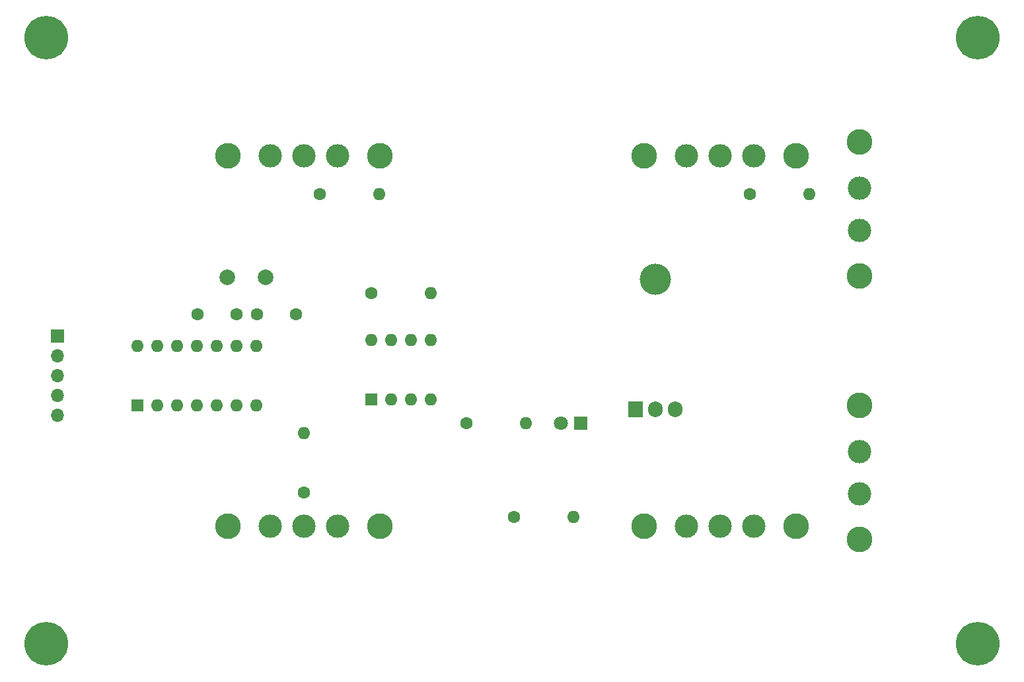
<source format=gbr>
%TF.GenerationSoftware,KiCad,Pcbnew,7.0.8*%
%TF.CreationDate,2023-11-27T18:37:53+00:00*%
%TF.ProjectId,CAN_PCB,43414e5f-5043-4422-9e6b-696361645f70,rev?*%
%TF.SameCoordinates,Original*%
%TF.FileFunction,Soldermask,Bot*%
%TF.FilePolarity,Negative*%
%FSLAX46Y46*%
G04 Gerber Fmt 4.6, Leading zero omitted, Abs format (unit mm)*
G04 Created by KiCad (PCBNEW 7.0.8) date 2023-11-27 18:37:53*
%MOMM*%
%LPD*%
G01*
G04 APERTURE LIST*
%ADD10C,5.600000*%
%ADD11C,1.600000*%
%ADD12O,1.600000X1.600000*%
%ADD13C,3.300000*%
%ADD14C,3.000000*%
%ADD15R,1.700000X1.700000*%
%ADD16O,1.700000X1.700000*%
%ADD17R,1.600000X1.600000*%
%ADD18R,1.905000X2.000000*%
%ADD19C,4.000000*%
%ADD20O,1.905000X2.000000*%
%ADD21C,2.000000*%
%ADD22R,1.800000X1.800000*%
%ADD23C,1.800000*%
G04 APERTURE END LIST*
D10*
%TO.C,*%
X97790000Y-48768000D03*
%TD*%
D11*
%TO.C,R10*%
X187960000Y-68834000D03*
D12*
X195580000Y-68834000D03*
%TD*%
D13*
%TO.C,J5*%
X193850000Y-63876000D03*
X174450000Y-63876000D03*
D14*
X188450000Y-63876000D03*
X184150000Y-63876000D03*
X179850000Y-63876000D03*
%TD*%
D15*
%TO.C,J2*%
X99192000Y-87005000D03*
D16*
X99192000Y-89545000D03*
X99192000Y-92085000D03*
X99192000Y-94625000D03*
X99192000Y-97165000D03*
%TD*%
D13*
%TO.C,J1*%
X202012000Y-113111000D03*
X202012000Y-95931000D03*
D14*
X202012000Y-107221000D03*
X202012000Y-101821000D03*
%TD*%
D17*
%TO.C,U2*%
X139446000Y-95123000D03*
D12*
X141986000Y-95123000D03*
X144526000Y-95123000D03*
X147066000Y-95123000D03*
X147066000Y-87503000D03*
X144526000Y-87503000D03*
X141986000Y-87503000D03*
X139446000Y-87503000D03*
%TD*%
D11*
%TO.C,C1*%
X124759000Y-84211000D03*
X129759000Y-84211000D03*
%TD*%
D13*
%TO.C,J15*%
X174450000Y-111384000D03*
X193850000Y-111384000D03*
D14*
X179850000Y-111384000D03*
X184150000Y-111384000D03*
X188450000Y-111384000D03*
%TD*%
D18*
%TO.C,U4*%
X173288000Y-96379000D03*
D19*
X175828000Y-79719000D03*
D20*
X175828000Y-96379000D03*
X178368000Y-96379000D03*
%TD*%
D10*
%TO.C,*%
X97790000Y-126492000D03*
%TD*%
D11*
%TO.C,R7*%
X132842000Y-68834000D03*
D12*
X140462000Y-68834000D03*
%TD*%
D21*
%TO.C,Y1*%
X125889000Y-79512000D03*
X121009000Y-79512000D03*
%TD*%
D13*
%TO.C,J4*%
X202012000Y-79329000D03*
X202012000Y-62149000D03*
D14*
X202012000Y-73439000D03*
X202012000Y-68039000D03*
%TD*%
D11*
%TO.C,R1*%
X139446000Y-81534000D03*
D12*
X147066000Y-81534000D03*
%TD*%
D13*
%TO.C,J12*%
X121110000Y-111384000D03*
X140510000Y-111384000D03*
D14*
X126510000Y-111384000D03*
X130810000Y-111384000D03*
X135110000Y-111384000D03*
%TD*%
D10*
%TO.C,*%
X217170000Y-48768000D03*
%TD*%
D22*
%TO.C,D1*%
X166248000Y-98171000D03*
D23*
X163708000Y-98171000D03*
%TD*%
D11*
%TO.C,R3*%
X130810000Y-107061000D03*
D12*
X130810000Y-99441000D03*
%TD*%
D11*
%TO.C,R6*%
X157734000Y-110236000D03*
D12*
X165354000Y-110236000D03*
%TD*%
D11*
%TO.C,R2*%
X151638000Y-98171000D03*
D12*
X159258000Y-98171000D03*
%TD*%
D11*
%TO.C,C2*%
X122139000Y-84211000D03*
X117139000Y-84211000D03*
%TD*%
D10*
%TO.C,*%
X217170000Y-126492000D03*
%TD*%
D13*
%TO.C,J16*%
X140510000Y-63876000D03*
X121110000Y-63876000D03*
D14*
X135110000Y-63876000D03*
X130810000Y-63876000D03*
X126510000Y-63876000D03*
%TD*%
D17*
%TO.C,U1*%
X109474000Y-95885000D03*
D12*
X112014000Y-95885000D03*
X114554000Y-95885000D03*
X117094000Y-95885000D03*
X119634000Y-95885000D03*
X122174000Y-95885000D03*
X124714000Y-95885000D03*
X124714000Y-88265000D03*
X122174000Y-88265000D03*
X119634000Y-88265000D03*
X117094000Y-88265000D03*
X114554000Y-88265000D03*
X112014000Y-88265000D03*
X109474000Y-88265000D03*
%TD*%
M02*

</source>
